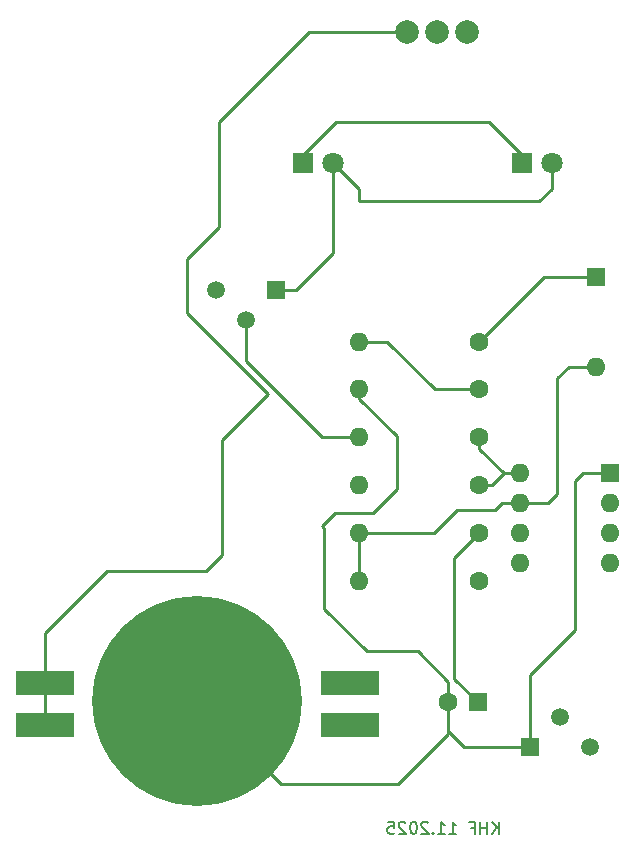
<source format=gbr>
%TF.GenerationSoftware,KiCad,Pcbnew,9.0.6*%
%TF.CreationDate,2025-11-24T07:47:15+01:00*%
%TF.ProjectId,Jo_Rabbit,4a6f5f52-6162-4626-9974-2e6b69636164,rev?*%
%TF.SameCoordinates,Original*%
%TF.FileFunction,Copper,L2,Bot*%
%TF.FilePolarity,Positive*%
%FSLAX46Y46*%
G04 Gerber Fmt 4.6, Leading zero omitted, Abs format (unit mm)*
G04 Created by KiCad (PCBNEW 9.0.6) date 2025-11-24 07:47:15*
%MOMM*%
%LPD*%
G01*
G04 APERTURE LIST*
G04 Aperture macros list*
%AMRoundRect*
0 Rectangle with rounded corners*
0 $1 Rounding radius*
0 $2 $3 $4 $5 $6 $7 $8 $9 X,Y pos of 4 corners*
0 Add a 4 corners polygon primitive as box body*
4,1,4,$2,$3,$4,$5,$6,$7,$8,$9,$2,$3,0*
0 Add four circle primitives for the rounded corners*
1,1,$1+$1,$2,$3*
1,1,$1+$1,$4,$5*
1,1,$1+$1,$6,$7*
1,1,$1+$1,$8,$9*
0 Add four rect primitives between the rounded corners*
20,1,$1+$1,$2,$3,$4,$5,0*
20,1,$1+$1,$4,$5,$6,$7,0*
20,1,$1+$1,$6,$7,$8,$9,0*
20,1,$1+$1,$8,$9,$2,$3,0*%
G04 Aperture macros list end*
%ADD10C,0.150000*%
%TA.AperFunction,NonConductor*%
%ADD11C,0.150000*%
%TD*%
%TA.AperFunction,ComponentPad*%
%ADD12R,1.500000X1.500000*%
%TD*%
%TA.AperFunction,ComponentPad*%
%ADD13C,1.500000*%
%TD*%
%TA.AperFunction,ComponentPad*%
%ADD14R,1.800000X1.800000*%
%TD*%
%TA.AperFunction,ComponentPad*%
%ADD15C,1.800000*%
%TD*%
%TA.AperFunction,ComponentPad*%
%ADD16R,1.600000X1.600000*%
%TD*%
%TA.AperFunction,ComponentPad*%
%ADD17O,1.600000X1.600000*%
%TD*%
%TA.AperFunction,ComponentPad*%
%ADD18C,2.000000*%
%TD*%
%TA.AperFunction,ComponentPad*%
%ADD19C,1.600000*%
%TD*%
%TA.AperFunction,SMDPad,CuDef*%
%ADD20R,5.000000X2.000000*%
%TD*%
%TA.AperFunction,SMDPad,CuDef*%
%ADD21C,17.780000*%
%TD*%
%TA.AperFunction,ComponentPad*%
%ADD22RoundRect,0.250000X0.550000X0.550000X-0.550000X0.550000X-0.550000X-0.550000X0.550000X-0.550000X0*%
%TD*%
%TA.AperFunction,Conductor*%
%ADD23C,0.250000*%
%TD*%
G04 APERTURE END LIST*
D10*
D11*
X121163220Y-153669819D02*
X121163220Y-152669819D01*
X120591792Y-153669819D02*
X121020363Y-153098390D01*
X120591792Y-152669819D02*
X121163220Y-153241247D01*
X120163220Y-153669819D02*
X120163220Y-152669819D01*
X120163220Y-153146009D02*
X119591792Y-153146009D01*
X119591792Y-153669819D02*
X119591792Y-152669819D01*
X118782268Y-153146009D02*
X119115601Y-153146009D01*
X119115601Y-153669819D02*
X119115601Y-152669819D01*
X119115601Y-152669819D02*
X118639411Y-152669819D01*
X116972744Y-153669819D02*
X117544172Y-153669819D01*
X117258458Y-153669819D02*
X117258458Y-152669819D01*
X117258458Y-152669819D02*
X117353696Y-152812676D01*
X117353696Y-152812676D02*
X117448934Y-152907914D01*
X117448934Y-152907914D02*
X117544172Y-152955533D01*
X116020363Y-153669819D02*
X116591791Y-153669819D01*
X116306077Y-153669819D02*
X116306077Y-152669819D01*
X116306077Y-152669819D02*
X116401315Y-152812676D01*
X116401315Y-152812676D02*
X116496553Y-152907914D01*
X116496553Y-152907914D02*
X116591791Y-152955533D01*
X115591791Y-153574580D02*
X115544172Y-153622200D01*
X115544172Y-153622200D02*
X115591791Y-153669819D01*
X115591791Y-153669819D02*
X115639410Y-153622200D01*
X115639410Y-153622200D02*
X115591791Y-153574580D01*
X115591791Y-153574580D02*
X115591791Y-153669819D01*
X115163220Y-152765057D02*
X115115601Y-152717438D01*
X115115601Y-152717438D02*
X115020363Y-152669819D01*
X115020363Y-152669819D02*
X114782268Y-152669819D01*
X114782268Y-152669819D02*
X114687030Y-152717438D01*
X114687030Y-152717438D02*
X114639411Y-152765057D01*
X114639411Y-152765057D02*
X114591792Y-152860295D01*
X114591792Y-152860295D02*
X114591792Y-152955533D01*
X114591792Y-152955533D02*
X114639411Y-153098390D01*
X114639411Y-153098390D02*
X115210839Y-153669819D01*
X115210839Y-153669819D02*
X114591792Y-153669819D01*
X113972744Y-152669819D02*
X113877506Y-152669819D01*
X113877506Y-152669819D02*
X113782268Y-152717438D01*
X113782268Y-152717438D02*
X113734649Y-152765057D01*
X113734649Y-152765057D02*
X113687030Y-152860295D01*
X113687030Y-152860295D02*
X113639411Y-153050771D01*
X113639411Y-153050771D02*
X113639411Y-153288866D01*
X113639411Y-153288866D02*
X113687030Y-153479342D01*
X113687030Y-153479342D02*
X113734649Y-153574580D01*
X113734649Y-153574580D02*
X113782268Y-153622200D01*
X113782268Y-153622200D02*
X113877506Y-153669819D01*
X113877506Y-153669819D02*
X113972744Y-153669819D01*
X113972744Y-153669819D02*
X114067982Y-153622200D01*
X114067982Y-153622200D02*
X114115601Y-153574580D01*
X114115601Y-153574580D02*
X114163220Y-153479342D01*
X114163220Y-153479342D02*
X114210839Y-153288866D01*
X114210839Y-153288866D02*
X114210839Y-153050771D01*
X114210839Y-153050771D02*
X114163220Y-152860295D01*
X114163220Y-152860295D02*
X114115601Y-152765057D01*
X114115601Y-152765057D02*
X114067982Y-152717438D01*
X114067982Y-152717438D02*
X113972744Y-152669819D01*
X113258458Y-152765057D02*
X113210839Y-152717438D01*
X113210839Y-152717438D02*
X113115601Y-152669819D01*
X113115601Y-152669819D02*
X112877506Y-152669819D01*
X112877506Y-152669819D02*
X112782268Y-152717438D01*
X112782268Y-152717438D02*
X112734649Y-152765057D01*
X112734649Y-152765057D02*
X112687030Y-152860295D01*
X112687030Y-152860295D02*
X112687030Y-152955533D01*
X112687030Y-152955533D02*
X112734649Y-153098390D01*
X112734649Y-153098390D02*
X113306077Y-153669819D01*
X113306077Y-153669819D02*
X112687030Y-153669819D01*
X111782268Y-152669819D02*
X112258458Y-152669819D01*
X112258458Y-152669819D02*
X112306077Y-153146009D01*
X112306077Y-153146009D02*
X112258458Y-153098390D01*
X112258458Y-153098390D02*
X112163220Y-153050771D01*
X112163220Y-153050771D02*
X111925125Y-153050771D01*
X111925125Y-153050771D02*
X111829887Y-153098390D01*
X111829887Y-153098390D02*
X111782268Y-153146009D01*
X111782268Y-153146009D02*
X111734649Y-153241247D01*
X111734649Y-153241247D02*
X111734649Y-153479342D01*
X111734649Y-153479342D02*
X111782268Y-153574580D01*
X111782268Y-153574580D02*
X111829887Y-153622200D01*
X111829887Y-153622200D02*
X111925125Y-153669819D01*
X111925125Y-153669819D02*
X112163220Y-153669819D01*
X112163220Y-153669819D02*
X112258458Y-153622200D01*
X112258458Y-153622200D02*
X112306077Y-153574580D01*
D12*
%TO.P,Q1,1,E*%
%TO.N,Net-(D1-K)*%
X123805000Y-146340000D03*
D13*
%TO.P,Q1,2,B*%
%TO.N,Net-(Q1-B)*%
X126345000Y-143800000D03*
%TO.P,Q1,3,C*%
%TO.N,Net-(Q1-C)*%
X128885000Y-146340000D03*
%TD*%
D14*
%TO.P,D2,1,K*%
%TO.N,Net-(D1-K)*%
X104585000Y-96875000D03*
D15*
%TO.P,D2,2,A*%
%TO.N,Net-(D1-A)*%
X107125000Y-96875000D03*
%TD*%
D12*
%TO.P,Q2,1,E*%
%TO.N,Net-(D1-A)*%
X102300000Y-107600000D03*
D13*
%TO.P,Q2,2,B*%
%TO.N,Net-(Q1-C)*%
X99760000Y-110140000D03*
%TO.P,Q2,3,C*%
%TO.N,Net-(Q2-C)*%
X97220000Y-107600000D03*
%TD*%
D14*
%TO.P,D1,1,K*%
%TO.N,Net-(D1-K)*%
X123110000Y-96850000D03*
D15*
%TO.P,D1,2,A*%
%TO.N,Net-(D1-A)*%
X125650000Y-96850000D03*
%TD*%
D16*
%TO.P,D3,1,K*%
%TO.N,Net-(D3-K)*%
X129375000Y-106515000D03*
D17*
%TO.P,D3,2,A*%
%TO.N,Net-(D3-A)*%
X129375000Y-114135000D03*
%TD*%
D18*
%TO.P,S1,1,A*%
%TO.N,Net-(S1-A-Pad1)*%
X113426000Y-85773000D03*
%TO.P,S1,2,E*%
%TO.N,Net-(S1-E)*%
X115966000Y-85773000D03*
%TO.P,S1,3,A*%
%TO.N,unconnected-(S1-A-Pad3)*%
X118506000Y-85773000D03*
%TD*%
D19*
%TO.P,R1off1,1*%
%TO.N,Net-(S1-E)*%
X119522000Y-132255000D03*
D17*
%TO.P,R1off1,2*%
%TO.N,Net-(D3-A)*%
X109362000Y-132255000D03*
%TD*%
D19*
%TO.P,R5,1*%
%TO.N,Net-(S1-E)*%
X119522000Y-120105000D03*
D17*
%TO.P,R5,2*%
%TO.N,Net-(Q1-C)*%
X109362000Y-120105000D03*
%TD*%
D19*
%TO.P,R4,1*%
%TO.N,Net-(Q1-B)*%
X119522000Y-116055000D03*
D17*
%TO.P,R4,2*%
%TO.N,Net-(D1-K)*%
X109362000Y-116055000D03*
%TD*%
D19*
%TO.P,R6,1*%
%TO.N,Net-(S1-E)*%
X119522000Y-124155000D03*
D17*
%TO.P,R6,2*%
%TO.N,Net-(Q2-C)*%
X109362000Y-124155000D03*
%TD*%
D20*
%TO.P,U2,*%
%TO.N,*%
X108600000Y-144447000D03*
X108600000Y-140891000D03*
%TO.P,U2,1*%
%TO.N,Net-(S1-A-Pad1)*%
X82706000Y-144447000D03*
X82706000Y-140891000D03*
D21*
%TO.P,U2,2*%
%TO.N,Net-(D1-K)*%
X95646000Y-142415000D03*
%TD*%
D19*
%TO.P,R4,1*%
%TO.N,Net-(D3-K)*%
X119522000Y-112005000D03*
D17*
%TO.P,R4,2*%
%TO.N,Net-(Q1-B)*%
X109362000Y-112005000D03*
%TD*%
D19*
%TO.P,R7,1*%
%TO.N,Net-(D3-K)*%
X119522000Y-128205000D03*
D17*
%TO.P,R7,2*%
%TO.N,Net-(D3-A)*%
X109362000Y-128205000D03*
%TD*%
D16*
%TO.P,NE555,1,GND*%
%TO.N,Net-(D1-K)*%
X130550000Y-123130000D03*
D17*
%TO.P,NE555,2,TR*%
%TO.N,Net-(D3-K)*%
X130550000Y-125670000D03*
%TO.P,NE555,3,Q*%
%TO.N,unconnected-(U1-Q-Pad3)*%
X130550000Y-128210000D03*
%TO.P,NE555,4,R*%
%TO.N,Net-(S1-E)*%
X130550000Y-130750000D03*
%TO.P,NE555,5,CV*%
%TO.N,unconnected-(U1-CV-Pad5)*%
X122930000Y-130750000D03*
%TO.P,NE555,6,THR*%
%TO.N,Net-(D3-K)*%
X122930000Y-128210000D03*
%TO.P,NE555,7,DIS*%
%TO.N,Net-(D3-A)*%
X122930000Y-125670000D03*
%TO.P,NE555,8,VCC*%
%TO.N,Net-(S1-E)*%
X122930000Y-123130000D03*
%TD*%
D22*
%TO.P,47uF,1*%
%TO.N,Net-(D3-K)*%
X119395000Y-142542000D03*
D19*
%TO.P,47uF,2*%
%TO.N,Net-(D1-K)*%
X116895000Y-142542000D03*
%TD*%
D23*
%TO.N,Net-(D3-K)*%
X119522000Y-112005000D02*
X125012000Y-106515000D01*
X125012000Y-106515000D02*
X129375000Y-106515000D01*
X119522000Y-128205000D02*
X117400000Y-130327000D01*
X117400000Y-140547000D02*
X119395000Y-142542000D01*
X117400000Y-130327000D02*
X117400000Y-140547000D01*
%TO.N,Net-(D1-K)*%
X116895000Y-145205000D02*
X112600000Y-149500000D01*
X116895000Y-142542000D02*
X116895000Y-145000000D01*
X114300000Y-138200000D02*
X116895000Y-140795000D01*
X110500000Y-126500000D02*
X107300000Y-126500000D01*
X118235000Y-146340000D02*
X116895000Y-145000000D01*
X109362000Y-116862000D02*
X112500000Y-120000000D01*
X107400000Y-93400000D02*
X120300000Y-93400000D01*
X120300000Y-93400000D02*
X123110000Y-96210000D01*
X109362000Y-116055000D02*
X109362000Y-116862000D01*
X116895000Y-140795000D02*
X116895000Y-142542000D01*
X106400000Y-127800000D02*
X106400000Y-134600000D01*
X104585000Y-96875000D02*
X104585000Y-96215000D01*
X130550000Y-123130000D02*
X128270000Y-123130000D01*
X107300000Y-126500000D02*
X106200000Y-127600000D01*
X112500000Y-124500000D02*
X110500000Y-126500000D01*
X112500000Y-120000000D02*
X112500000Y-124500000D01*
X112600000Y-149500000D02*
X102731000Y-149500000D01*
X104585000Y-96215000D02*
X107400000Y-93400000D01*
X123805000Y-140191620D02*
X123805000Y-146340000D01*
X123110000Y-96210000D02*
X123110000Y-96850000D01*
X123805000Y-146340000D02*
X118235000Y-146340000D01*
X128270000Y-123130000D02*
X127600000Y-123800000D01*
X102731000Y-149500000D02*
X95646000Y-142415000D01*
X127600000Y-136396620D02*
X123805000Y-140191620D01*
X106200000Y-127600000D02*
X106400000Y-127800000D01*
X110000000Y-138200000D02*
X114300000Y-138200000D01*
X116895000Y-145000000D02*
X116895000Y-145205000D01*
X106400000Y-134600000D02*
X110000000Y-138200000D01*
X127600000Y-123800000D02*
X127600000Y-136396620D01*
%TO.N,Net-(D1-A)*%
X104000000Y-107600000D02*
X102300000Y-107600000D01*
X125650000Y-96850000D02*
X125650000Y-99050000D01*
X124600000Y-100100000D02*
X109300000Y-100100000D01*
X107125000Y-104475000D02*
X104000000Y-107600000D01*
X107125000Y-96875000D02*
X107125000Y-104475000D01*
X125650000Y-99050000D02*
X124600000Y-100100000D01*
X109300000Y-99050000D02*
X107125000Y-96875000D01*
X109300000Y-100100000D02*
X109300000Y-99050000D01*
%TO.N,Net-(D3-A)*%
X126100000Y-115100000D02*
X126100000Y-124900000D01*
X115695000Y-128205000D02*
X109362000Y-128205000D01*
X120800000Y-126300000D02*
X117600000Y-126300000D01*
X121430000Y-125670000D02*
X120800000Y-126300000D01*
X122930000Y-125670000D02*
X121430000Y-125670000D01*
X117600000Y-126300000D02*
X115695000Y-128205000D01*
X109362000Y-128205000D02*
X109362000Y-132255000D01*
X125330000Y-125670000D02*
X122930000Y-125670000D01*
X126100000Y-124900000D02*
X125330000Y-125670000D01*
X129375000Y-114135000D02*
X127065000Y-114135000D01*
X127065000Y-114135000D02*
X126100000Y-115100000D01*
%TO.N,Net-(Q1-B)*%
X119522000Y-116055000D02*
X115755000Y-116055000D01*
X115755000Y-116055000D02*
X111705000Y-112005000D01*
X111705000Y-112005000D02*
X109362000Y-112005000D01*
%TO.N,Net-(Q1-C)*%
X99760000Y-110140000D02*
X99760000Y-113660000D01*
X99760000Y-113660000D02*
X106205000Y-120105000D01*
X106205000Y-120105000D02*
X109362000Y-120105000D01*
%TO.N,Net-(S1-E)*%
X119522000Y-120105000D02*
X119522000Y-121082000D01*
X119522000Y-124155000D02*
X120545000Y-124155000D01*
X119522000Y-121082000D02*
X121570000Y-123130000D01*
X121570000Y-123130000D02*
X122930000Y-123130000D01*
X120545000Y-124155000D02*
X121570000Y-123130000D01*
%TO.N,Net-(S1-A-Pad1)*%
X97500000Y-102300000D02*
X94800000Y-105000000D01*
X82706000Y-144447000D02*
X82706000Y-140891000D01*
X105127000Y-85773000D02*
X97500000Y-93400000D01*
X96400000Y-131400000D02*
X97700000Y-130100000D01*
X113426000Y-85773000D02*
X105127000Y-85773000D01*
X88000000Y-131400000D02*
X96400000Y-131400000D01*
X97700000Y-120300000D02*
X97700000Y-130100000D01*
X82706000Y-136694000D02*
X88000000Y-131400000D01*
X94800000Y-105000000D02*
X94800000Y-109600000D01*
X82706000Y-140891000D02*
X82706000Y-136694000D01*
X94800000Y-109600000D02*
X101600000Y-116400000D01*
X101600000Y-116400000D02*
X97700000Y-120300000D01*
X97500000Y-93400000D02*
X97500000Y-102300000D01*
%TD*%
M02*

</source>
